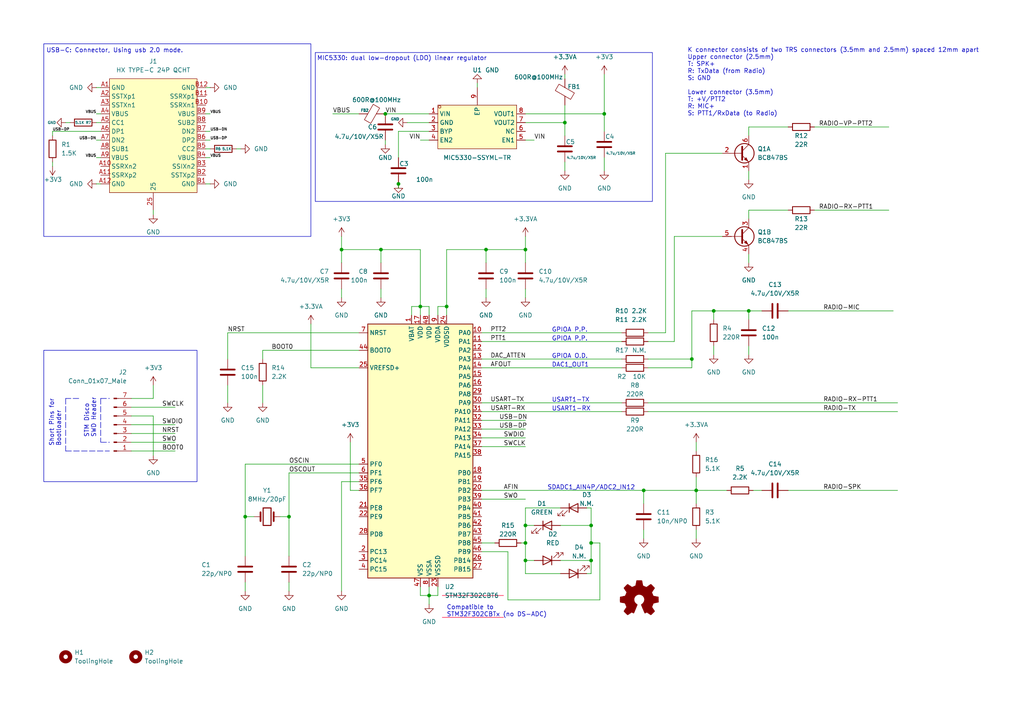
<source format=kicad_sch>
(kicad_sch (version 20250114) (generator "eeschema") (generator_version "9.0")
  (paper "A4")
  (title_block (title "All-In-One-Cable (AIOC)") (rev "1.0-dev-0.1"))
  (lib_symbols
    (symbol "C144168:MIC5330-SSYML-TR"
      (property "Reference" "U" (at 0 16.51 0))
      (property "Value" "MIC5330-SSYML-TR" (at 0 -8.89 0))
      (symbol "MIC5330-SSYML-TR_0_1"
        (pin unspecified line (at -13.97 3.81 0) (length 2.54) (name "VIN") (number "1"))
        (pin unspecified line (at -13.97 1.27 0) (length 2.54) (name "GND") (number "2"))
        (pin unspecified line (at -13.97 -1.27 0) (length 2.54) (name "BYP") (number "3"))
        (pin unspecified line (at -13.97 -3.81 0) (length 2.54) (name "EN2") (number "4"))
        (pin unspecified line (at 0 11.43 270) (length 5.08) (name "EP") (number "9"))
        (pin unspecified line (at 13.97 3.81 180) (length 2.54) (name "VOUT1") (number "8"))
        (pin unspecified line (at 13.97 1.27 180) (length 2.54) (name "VOUT2") (number "7"))
        (pin unspecified line (at 13.97 -1.27 180) (length 2.54) (name "NC") (number "6"))
        (pin unspecified line (at 13.97 -3.81 180) (length 2.54) (name "EN1") (number "5"))
      )
    )
    (symbol "C5178545:HXTYPE-C24PQCHT"
      (property "Reference" "USB" (at 0 22.86 0))
      (property "Value" "HX TYPE-C 24P QCHT" (at 0 -22.86 0))
      (symbol "HXTYPE-C24PQCHT_0_1"
        (pin unspecified line (at -15.24 17.78 0) (length 2.54) (name "GND") (number "A1"))
        (pin unspecified line (at -15.24 15.24 0) (length 2.54) (name "SSTXp1") (number "A2"))
        (pin unspecified line (at -15.24 12.7 0) (length 2.54) (name "SSTXn1") (number "A3"))
        (pin unspecified line (at -15.24 10.16 0) (length 2.54) (name "VBUS") (number "A4"))
        (pin unspecified line (at -15.24 7.62 0) (length 2.54) (name "CC1") (number "A5"))
        (pin unspecified line (at -15.24 5.08 0) (length 2.54) (name "DP1") (number "A6"))
        (pin unspecified line (at -15.24 2.54 0) (length 2.54) (name "DN2") (number "A7"))
        (pin unspecified line (at -15.24 0 0) (length 2.54) (name "SUB1") (number "A8"))
        (pin unspecified line (at -15.24 -2.54 0) (length 2.54) (name "VBUS") (number "A9"))
        (pin unspecified line (at -15.24 -5.08 0) (length 2.54) (name "SSRXn2") (number "A10"))
        (pin unspecified line (at -15.24 -7.62 0) (length 2.54) (name "SSRXp2") (number "A11"))
        (pin unspecified line (at -15.24 -10.16 0) (length 2.54) (name "GND") (number "A12"))
        (pin unspecified line (at 0 -17.78 90) (length 5.08) (name "25") (number "25"))
        (pin unspecified line (at 15.24 17.78 180) (length 2.54) (name "GND") (number "B12"))
        (pin unspecified line (at 15.24 15.24 180) (length 2.54) (name "SSRXp1") (number "B11"))
        (pin unspecified line (at 15.24 12.7 180) (length 2.54) (name "SSRXn1") (number "B10"))
        (pin unspecified line (at 15.24 10.16 180) (length 2.54) (name "VBUS") (number "B9"))
        (pin unspecified line (at 15.24 7.62 180) (length 2.54) (name "SUB2") (number "B8"))
        (pin unspecified line (at 15.24 5.08 180) (length 2.54) (name "DN2") (number "B7"))
        (pin unspecified line (at 15.24 2.54 180) (length 2.54) (name "DP2") (number "B6"))
        (pin unspecified line (at 15.24 0 180) (length 2.54) (name "CC2") (number "B5"))
        (pin unspecified line (at 15.24 -2.54 180) (length 2.54) (name "VBUS") (number "B4"))
        (pin unspecified line (at 15.24 -5.08 180) (length 2.54) (name "SSIXn2") (number "B3"))
        (pin unspecified line (at 15.24 -7.62 180) (length 2.54) (name "SSTXp2") (number "B2"))
        (pin unspecified line (at 15.24 -10.16 180) (length 2.54) (name "GND") (number "B1"))
      )
    )
    (symbol "Connector:Conn_01x07_Male" (pin_names (offset 1.016) (hide yes))
      (property "Reference" "J" (at 0 10.16 0))
      (property "Value" "Conn_01x07_Male" (at 0 -10.16 0))
      (symbol "Conn_01x07_Male_1_1"
        (pin passive line (at 5.08 7.62 180) (length 3.81) (name "Pin_1") (number "1"))
        (pin passive line (at 5.08 5.08 180) (length 3.81) (name "Pin_2") (number "2"))
        (pin passive line (at 5.08 2.54 180) (length 3.81) (name "Pin_3") (number "3"))
        (pin passive line (at 5.08 0 180) (length 3.81) (name "Pin_4") (number "4"))
        (pin passive line (at 5.08 -2.54 180) (length 3.81) (name "Pin_5") (number "5"))
        (pin passive line (at 5.08 -5.08 180) (length 3.81) (name "Pin_6") (number "6"))
        (pin passive line (at 5.08 -7.62 180) (length 3.81) (name "Pin_7") (number "7"))
      )
    )
    (symbol "Device:C" (pin_numbers (hide yes)) (pin_names (offset 0.254))
      (property "Reference" "C" (at 0.635 2.54 0))
      (property "Value" "C" (at 0.635 -2.54 0))
      (symbol "C_1_1"
        (pin passive line (at 0 3.81 270) (length 2.794) (name "~") (number "1"))
        (pin passive line (at 0 -3.81 90) (length 2.794) (name "~") (number "2"))
      )
    )
    (symbol "Device:Crystal" (pin_numbers (hide yes)) (pin_names (offset 1.016) (hide yes))
      (property "Reference" "Y" (at 0 3.81 0))
      (property "Value" "Crystal" (at 0 -3.81 0))
      (symbol "Crystal_1_1"
        (pin passive line (at -3.81 0 0) (length 1.27) (name "1") (number "1"))
        (pin passive line (at 3.81 0 180) (length 1.27) (name "2") (number "2"))
      )
    )
    (symbol "Device:FerriteBead" (pin_numbers (hide yes)) (pin_names (offset 0))
      (property "Reference" "FB" (at -3.81 0.635 90))
      (property "Value" "FerriteBead" (at 3.81 0 90))
      (symbol "FerriteBead_1_1"
        (pin passive line (at 0 3.81 270) (length 2.54) (name "~") (number "1"))
        (pin passive line (at 0 -3.81 90) (length 2.54) (name "~") (number "2"))
      )
    )
    (symbol "Device:LED" (pin_numbers (hide yes)) (pin_names (offset 1.016) (hide yes))
      (property "Reference" "D" (at 0 2.54 0))
      (property "Value" "LED" (at 0 -2.54 0))
      (symbol "LED_1_1"
        (pin passive line (at -3.81 0 0) (length 2.54) (name "K") (number "1"))
        (pin passive line (at 3.81 0 180) (length 2.54) (name "A") (number "2"))
      )
    )
    (symbol "Device:Q_Dual_NPN_NPN_E1B1C2E2B2C1" (pin_names (offset 0) (hide yes))
      (property "Reference" "Q" (at 5.08 1.27 0))
      (property "Value" "Q_Dual_NPN_NPN_E1B1C2E2B2C1" (at 5.08 -1.27 0))
      (symbol "Q_Dual_NPN_NPN_E1B1C2E2B2C1_1_1"
        (pin input line (at -5.08 0 0) (length 2.54) (name "B1") (number "2"))
        (pin passive line (at 2.54 5.08 270) (length 2.54) (name "C1") (number "6"))
        (pin passive line (at 2.54 -5.08 90) (length 2.54) (name "E1") (number "1"))
      )
      (symbol "Q_Dual_NPN_NPN_E1B1C2E2B2C1_2_1"
        (pin input line (at -5.08 0 0) (length 2.54) (name "B2") (number "5"))
        (pin passive line (at 2.54 5.08 270) (length 2.54) (name "C2") (number "3"))
        (pin passive line (at 2.54 -5.08 90) (length 2.54) (name "E2") (number "4"))
      )
    )
    (symbol "Device:R" (pin_numbers (hide yes)) (pin_names (offset 0))
      (property "Reference" "R" (at 2.032 0 90))
      (property "Value" "R" (at 0 0 90))
      (symbol "R_1_1"
        (pin passive line (at 0 3.81 270) (length 1.27) (name "~") (number "1"))
        (pin passive line (at 0 -3.81 90) (length 1.27) (name "~") (number "2"))
      )
    )
    (symbol "GND_1" (power) (pin_numbers (hide yes)) (pin_names (offset 0) (hide yes))
      (property "Value" "GND" (at 0 -3.81 0))
      (symbol "GND_1_1_1"
        (pin power_in line (at 0 0 270) (length 0) (name "~") (number "1"))
      )
    )
    (symbol "Graphic:Logo_Open_Hardware_Small" (pin_names (offset 1.016)))
    (symbol "MCU_ST_STM32F3:STM32F373CBTx"
      (property "Reference" "U" (at -15.24 36.83 0))
      (property "Value" "STM32F373CBTx" (at 10.16 36.83 0))
      (symbol "STM32F373CBTx_1_1"
        (pin input line (at -17.78 33.02 0) (length 2.54) (name "NRST") (number "7"))
        (pin input line (at -17.78 27.94 0) (length 2.54) (name "BOOT0") (number "44"))
        (pin power_in line (at -17.78 22.86 0) (length 2.54) (name "VREFSD+") (number "25"))
        (pin input line (at -17.78 -5.08 0) (length 2.54) (name "PF0") (number "5"))
        (pin input line (at -17.78 -7.62 0) (length 2.54) (name "PF1") (number "6"))
        (pin bidirectional line (at -17.78 -10.16 0) (length 2.54) (name "PF6") (number "35"))
        (pin bidirectional line (at -17.78 -12.7 0) (length 2.54) (name "PF7") (number "36"))
        (pin bidirectional line (at -17.78 -17.78 0) (length 2.54) (name "PE8") (number "21"))
        (pin bidirectional line (at -17.78 -20.32 0) (length 2.54) (name "PE9") (number "22"))
        (pin bidirectional line (at -17.78 -25.4 0) (length 2.54) (name "PD8") (number "28"))
        (pin bidirectional line (at -17.78 -30.48 0) (length 2.54) (name "PC13") (number "2"))
        (pin bidirectional line (at -17.78 -33.02 0) (length 2.54) (name "PC14") (number "3"))
        (pin bidirectional line (at -17.78 -35.56 0) (length 2.54) (name "PC15") (number "4"))
        (pin power_in line (at -2.54 38.1 270) (length 2.54) (name "VBAT") (number "1"))
        (pin power_in line (at 0 38.1 270) (length 2.54) (name "VDD") (number "17"))
        (pin power_in line (at 0 -40.64 90) (length 2.54) (name "VSS") (number "47"))
        (pin power_in line (at 2.54 38.1 270) (length 2.54) (name "VDD") (number "48"))
        (pin power_in line (at 2.54 -40.64 90) (length 2.54) (name "VSSA") (number "8"))
        (pin power_in line (at 5.08 38.1 270) (length 2.54) (name "VDDA") (number "9"))
        (pin power_in line (at 5.08 -40.64 90) (length 2.54) (name "VSSSD") (number "23"))
        (pin power_in line (at 7.62 38.1 270) (length 2.54) (name "VDDSD") (number "24"))
        (pin bidirectional line (at 17.78 33.02 180) (length 2.54) (name "PA0") (number "10"))
        (pin bidirectional line (at 17.78 30.48 180) (length 2.54) (name "PA1") (number "11"))
        (pin bidirectional line (at 17.78 27.94 180) (length 2.54) (name "PA2") (number "12"))
        (pin bidirectional line (at 17.78 25.4 180) (length 2.54) (name "PA3") (number "13"))
        (pin bidirectional line (at 17.78 22.86 180) (length 2.54) (name "PA4") (number "14"))
        (pin bidirectional line (at 17.78 20.32 180) (length 2.54) (name "PA5") (number "15"))
        (pin bidirectional line (at 17.78 17.78 180) (length 2.54) (name "PA6") (number "16"))
        (pin bidirectional line (at 17.78 15.24 180) (length 2.54) (name "PA8") (number "29"))
        (pin bidirectional line (at 17.78 12.7 180) (length 2.54) (name "PA9") (number "30"))
        (pin bidirectional line (at 17.78 10.16 180) (length 2.54) (name "PA10") (number "31"))
        (pin bidirectional line (at 17.78 7.62 180) (length 2.54) (name "PA11") (number "32"))
        (pin bidirectional line (at 17.78 5.08 180) (length 2.54) (name "PA12") (number "33"))
        (pin bidirectional line (at 17.78 2.54 180) (length 2.54) (name "PA13") (number "34"))
        (pin bidirectional line (at 17.78 0 180) (length 2.54) (name "PA14") (number "37"))
        (pin bidirectional line (at 17.78 -2.54 180) (length 2.54) (name "PA15") (number "38"))
        (pin bidirectional line (at 17.78 -7.62 180) (length 2.54) (name "PB0") (number "18"))
        (pin bidirectional line (at 17.78 -10.16 180) (length 2.54) (name "PB1") (number "19"))
        (pin bidirectional line (at 17.78 -12.7 180) (length 2.54) (name "PB2") (number "20"))
        (pin bidirectional line (at 17.78 -15.24 180) (length 2.54) (name "PB3") (number "39"))
        (pin bidirectional line (at 17.78 -17.78 180) (length 2.54) (name "PB4") (number "40"))
        (pin bidirectional line (at 17.78 -20.32 180) (length 2.54) (name "PB5") (number "41"))
        (pin bidirectional line (at 17.78 -22.86 180) (length 2.54) (name "PB6") (number "42"))
        (pin bidirectional line (at 17.78 -25.4 180) (length 2.54) (name "PB7") (number "43"))
        (pin bidirectional line (at 17.78 -27.94 180) (length 2.54) (name "PB8") (number "45"))
        (pin bidirectional line (at 17.78 -30.48 180) (length 2.54) (name "PB9") (number "46"))
        (pin bidirectional line (at 17.78 -33.02 180) (length 2.54) (name "PB14") (number "26"))
        (pin bidirectional line (at 17.78 -35.56 180) (length 2.54) (name "PB15") (number "27"))
      )
    )
    (symbol "Mechanical:MountingHole" (pin_names (offset 1.016))
      (property "Reference" "H" (at 0 5.08 0))
      (property "Value" "MountingHole" (at 0 3.175 0))
    )
    (symbol "power:+3.3VA" (power) (pin_names (offset 0))
      (property "Value" "+3.3VA" (at 0 3.556 0))
      (symbol "+3.3VA_1_1"
        (pin power_in line (at 0 0 90) (length 0) (hide yes) (name "+3.3VA") (number "1"))
      )
    )
    (symbol "power:+3V3" (power) (pin_names (offset 0))
      (property "Value" "+3V3" (at 0 3.556 0))
      (symbol "+3V3_1_1"
        (pin power_in line (at 0 0 90) (length 0) (hide yes) (name "+3V3") (number "1"))
      )
    )
    (symbol "power:GND" (power) (pin_names (offset 0))
      (property "Value" "GND" (at 0 -3.81 0))
      (symbol "GND_1_1"
        (pin power_in line (at 0 0 270) (length 0) (hide yes) (name "GND") (number "1"))
      )
    )
  )
  (rectangle (start 12.7 101.6) (end 57.15 139.7))
  (rectangle (start 91.44 15.24) (end 189.23 58.42))
  (rectangle (start 12.7 12.7) (end 90.17 68.58))
  (text "STM Disco\nSWD Header" (at 27.94 127 90) (effects (font (size 1.27 1.27)) (justify left bottom)))
  (text "Short Pins for\nBootloader" (at 17.78 129.54 90) (effects (font (size 1.27 1.27)) (justify left bottom)))
  (text "SDADC1_AIN4P/ADC2_IN12" (at 158.75 142.24 0) (effects (font (size 1.27 1.27)) (justify left bottom)))
  (text "USART1-TX" (at 160.02 116.84 0) (effects (font (size 1.27 1.27)) (justify left bottom)))
  (text "K connector consists of two TRS connectors (3.5mm and 2.5mm) spaced 12mm apart\nUpper connector (2.5mm)\nT: SPK+\nR: TxData (from Radio)\nS: GND\n\nLower connector (3.5mm)\nT: +V/PTT2\nR: MIC+\nS: PTT1/RxData (to Radio)\n" (at 199.39 33.782 0) (effects (font (size 1.27 1.27)) (justify left bottom)))
  (text "GPIOA P.P." (at 160.02 99.06 0) (effects (font (size 1.27 1.27)) (justify left bottom)))
  (text "DAC1_OUT1" (at 160.02 106.68 0) (effects (font (size 1.27 1.27)) (justify left bottom)))
  (text "MIC5330: dual low-dropout (LDO) linear regulator" (at 116.586 17.018 0) (effects (font (size 1.27 1.27))))
  (text "GPIOA O.D." (at 160.02 104.14 0) (effects (font (size 1.27 1.27)) (justify left bottom)))
  (text "Compatible to \nSTM32F302CBTx (no DS-ADC)" (at 129.54 179.07 0) (effects (font (size 1.27 1.27)) (justify left bottom)))
  (text "USART1-RX" (at 160.02 119.38 0) (effects (font (size 1.27 1.27)) (justify left bottom)))
  (text "GPIOA P.P." (at 160.02 96.52 0) (effects (font (size 1.27 1.27)) (justify left bottom)))
  (text "USB-C: Connector, Using usb 2.0 mode." (at 33.274 14.732 0) (effects (font (size 1.27 1.27))))
  (junction (at 163.83 35.56))
  (junction (at 152.4 152.4))
  (junction (at 171.45 162.56))
  (junction (at 140.97 72.39))
  (junction (at 201.93 142.24))
  (junction (at 175.26 33.02))
  (junction (at 152.4 162.56))
  (junction (at 171.45 152.4))
  (junction (at 171.45 157.48))
  (junction (at 129.54 88.9))
  (junction (at 121.92 88.9))
  (junction (at 152.4 72.39))
  (junction (at 207.01 90.17))
  (junction (at 115.57 53.34))
  (junction (at 217.17 90.17))
  (junction (at 99.06 72.39))
  (junction (at 110.49 72.39))
  (junction (at 71.12 149.86))
  (junction (at 124.46 172.72))
  (junction (at 152.4 157.48))
  (junction (at 186.69 142.24))
  (junction (at 83.82 149.86))
  (junction (at 200.66 104.14))
  (junction (at 111.76 33.02))
  (wire (pts (xy 187.96 119.38) (xy 260.35 119.38)))
  (wire (pts (xy 186.69 153.67) (xy 186.69 156.21)))
  (wire (pts (xy 200.66 106.68) (xy 200.66 104.14)))
  (wire (pts (xy 121.92 72.39) (xy 110.49 72.39)))
  (wire (pts (xy 124.46 172.72) (xy 124.46 175.26)))
  (wire (pts (xy 121.92 91.44) (xy 121.92 88.9)))
  (wire (pts (xy 124.46 88.9) (xy 124.46 91.44)))
  (wire (pts (xy 139.7 129.54) (xy 152.4 129.54)))
  (wire (pts (xy 228.6 90.17) (xy 259.08 90.17)))
  (wire (pts (xy 175.26 45.72) (xy 175.26 49.53)))
  (wire (pts (xy 195.58 99.06) (xy 195.58 68.58)))
  (wire (pts (xy 83.82 137.16) (xy 83.82 149.86)))
  (wire (pts (xy 59.69 53.34) (xy 60.96 53.34)))
  (wire (pts (xy 171.45 147.32) (xy 170.18 147.32)))
  (wire (pts (xy 66.04 96.52) (xy 66.04 104.14)))
  (wire (pts (xy 99.06 68.58) (xy 99.06 72.39)))
  (wire (pts (xy 175.26 21.59) (xy 175.26 33.02)))
  (wire (pts (xy 140.97 72.39) (xy 140.97 76.2)))
  (wire (pts (xy 147.32 173.99) (xy 147.32 160.02)))
  (polyline (pts (xy 22.86 115.57) (xy 19.05 115.57)) (stroke (width 0) (type dash)))
  (wire (pts (xy 170.18 166.37) (xy 171.45 166.37)))
  (wire (pts (xy 236.22 36.83) (xy 257.81 36.83)))
  (wire (pts (xy 162.56 166.37) (xy 152.4 166.37)))
  (wire (pts (xy 127 88.9) (xy 127 91.44)))
  (wire (pts (xy 66.04 111.76) (xy 66.04 116.84)))
  (wire (pts (xy 152.4 72.39) (xy 152.4 76.2)))
  (wire (pts (xy 162.56 147.32) (xy 152.4 147.32)))
  (wire (pts (xy 104.14 96.52) (xy 66.04 96.52)))
  (wire (pts (xy 201.93 146.05) (xy 201.93 142.24)))
  (wire (pts (xy 111.76 40.64) (xy 111.76 41.91)))
  (polyline (pts (xy 29.21 115.57) (xy 29.21 128.27)) (stroke (width 0) (type dash)))
  (wire (pts (xy 187.96 106.68) (xy 200.66 106.68)))
  (wire (pts (xy 171.45 152.4) (xy 171.45 157.48)))
  (wire (pts (xy 38.1 115.57) (xy 44.45 115.57)))
  (polyline (pts (xy 19.05 130.81) (xy 31.75 130.81)) (stroke (width 0) (type dash)))
  (wire (pts (xy 115.57 38.1) (xy 115.57 45.72)))
  (wire (pts (xy 152.4 162.56) (xy 154.94 162.56)))
  (wire (pts (xy 128.27 172.72) (xy 146.05 172.72)) (stroke (width 0) (color 255 0 51 1)))
  (wire (pts (xy 44.45 115.57) (xy 44.45 111.76)))
  (wire (pts (xy 38.1 128.27) (xy 50.8 128.27)))
  (wire (pts (xy 217.17 73.66) (xy 217.17 76.2)))
  (wire (pts (xy 152.4 83.82) (xy 152.4 86.36)))
  (wire (pts (xy 59.69 40.64) (xy 60.96 40.64)))
  (wire (pts (xy 71.12 149.86) (xy 73.66 149.86)))
  (wire (pts (xy 193.04 44.45) (xy 209.55 44.45)))
  (wire (pts (xy 121.92 170.18) (xy 121.92 172.72)))
  (wire (pts (xy 99.06 139.7) (xy 99.06 171.45)))
  (wire (pts (xy 217.17 100.33) (xy 217.17 102.87)))
  (wire (pts (xy 129.54 72.39) (xy 129.54 88.9)))
  (wire (pts (xy 71.12 149.86) (xy 71.12 161.29)))
  (wire (pts (xy 163.83 21.59) (xy 163.83 22.86)))
  (wire (pts (xy 138.43 24.13) (xy 138.43 25.4)))
  (wire (pts (xy 217.17 39.37) (xy 217.17 36.83)))
  (wire (pts (xy 151.13 157.48) (xy 152.4 157.48)))
  (wire (pts (xy 110.49 72.39) (xy 110.49 76.2)))
  (wire (pts (xy 152.4 157.48) (xy 152.4 162.56)))
  (wire (pts (xy 139.7 127) (xy 152.4 127)))
  (wire (pts (xy 71.12 134.62) (xy 71.12 149.86)))
  (wire (pts (xy 217.17 90.17) (xy 220.98 90.17)))
  (wire (pts (xy 139.7 119.38) (xy 180.34 119.38)))
  (wire (pts (xy 27.94 35.56) (xy 29.21 35.56)))
  (wire (pts (xy 68.58 43.18) (xy 69.85 43.18)))
  (wire (pts (xy 171.45 166.37) (xy 171.45 162.56)))
  (wire (pts (xy 121.92 88.9) (xy 124.46 88.9)))
  (wire (pts (xy 44.45 60.96) (xy 44.45 62.23)))
  (wire (pts (xy 193.04 44.45) (xy 193.04 96.52)))
  (wire (pts (xy 76.2 111.76) (xy 76.2 116.84)))
  (wire (pts (xy 171.45 157.48) (xy 171.45 162.56)))
  (wire (pts (xy 83.82 168.91) (xy 83.82 171.45)))
  (wire (pts (xy 44.45 120.65) (xy 44.45 132.08)))
  (wire (pts (xy 139.7 144.78) (xy 152.4 144.78)))
  (wire (pts (xy 236.22 60.96) (xy 257.81 60.96)))
  (wire (pts (xy 228.6 142.24) (xy 260.35 142.24)))
  (wire (pts (xy 99.06 83.82) (xy 99.06 86.36)))
  (wire (pts (xy 119.38 88.9) (xy 121.92 88.9)))
  (wire (pts (xy 195.58 68.58) (xy 209.55 68.58)))
  (wire (pts (xy 187.96 116.84) (xy 260.35 116.84)))
  (polyline (pts (xy 29.21 128.27) (xy 31.75 128.27)) (stroke (width 0) (type dash)))
  (wire (pts (xy 38.1 125.73) (xy 50.8 125.73)))
  (wire (pts (xy 152.4 166.37) (xy 152.4 162.56)))
  (wire (pts (xy 173.99 157.48) (xy 173.99 173.99)))
  (wire (pts (xy 119.38 91.44) (xy 119.38 88.9)))
  (wire (pts (xy 173.99 173.99) (xy 147.32 173.99)))
  (wire (pts (xy 76.2 101.6) (xy 76.2 104.14)))
  (wire (pts (xy 207.01 92.71) (xy 207.01 90.17)))
  (wire (pts (xy 15.24 38.1) (xy 15.24 39.37)))
  (wire (pts (xy 38.1 118.11) (xy 50.8 118.11)))
  (wire (pts (xy 152.4 35.56) (xy 163.83 35.56)))
  (wire (pts (xy 217.17 36.83) (xy 228.6 36.83)))
  (wire (pts (xy 121.92 40.64) (xy 124.46 40.64)))
  (wire (pts (xy 124.46 170.18) (xy 124.46 172.72)))
  (wire (pts (xy 139.7 99.06) (xy 180.34 99.06)))
  (wire (pts (xy 104.14 139.7) (xy 99.06 139.7)))
  (wire (pts (xy 152.4 40.64) (xy 154.94 40.64)))
  (wire (pts (xy 217.17 90.17) (xy 217.17 92.71)))
  (wire (pts (xy 81.28 149.86) (xy 83.82 149.86)))
  (wire (pts (xy 171.45 152.4) (xy 171.45 147.32)))
  (wire (pts (xy 200.66 90.17) (xy 207.01 90.17)))
  (wire (pts (xy 186.69 146.05) (xy 186.69 142.24)))
  (wire (pts (xy 207.01 100.33) (xy 207.01 102.87)))
  (wire (pts (xy 127 170.18) (xy 127 172.72)))
  (wire (pts (xy 139.7 116.84) (xy 180.34 116.84)))
  (wire (pts (xy 217.17 60.96) (xy 228.6 60.96)))
  (wire (pts (xy 162.56 152.4) (xy 171.45 152.4)))
  (wire (pts (xy 101.6 128.27) (xy 101.6 142.24)))
  (wire (pts (xy 104.14 101.6) (xy 76.2 101.6)))
  (wire (pts (xy 201.93 128.27) (xy 201.93 130.81)))
  (wire (pts (xy 163.83 35.56) (xy 163.83 39.37)))
  (wire (pts (xy 110.49 83.82) (xy 110.49 86.36)))
  (wire (pts (xy 27.94 45.72) (xy 29.21 45.72)))
  (wire (pts (xy 129.54 72.39) (xy 140.97 72.39)))
  (wire (pts (xy 201.93 142.24) (xy 210.82 142.24)))
  (wire (pts (xy 217.17 49.53) (xy 217.17 52.07)))
  (wire (pts (xy 187.96 104.14) (xy 200.66 104.14)))
  (wire (pts (xy 124.46 38.1) (xy 115.57 38.1)))
  (wire (pts (xy 200.66 104.14) (xy 200.66 90.17)))
  (wire (pts (xy 118.11 35.56) (xy 124.46 35.56)))
  (wire (pts (xy 83.82 137.16) (xy 104.14 137.16)))
  (wire (pts (xy 201.93 138.43) (xy 201.93 142.24)))
  (wire (pts (xy 59.69 33.02) (xy 60.96 33.02)))
  (wire (pts (xy 139.7 96.52) (xy 180.34 96.52)))
  (wire (pts (xy 218.44 142.24) (xy 220.98 142.24)))
  (wire (pts (xy 83.82 149.86) (xy 83.82 161.29)))
  (wire (pts (xy 171.45 157.48) (xy 173.99 157.48)))
  (wire (pts (xy 27.94 25.4) (xy 29.21 25.4)))
  (wire (pts (xy 27.94 40.64) (xy 29.21 40.64)))
  (wire (pts (xy 152.4 152.4) (xy 152.4 157.48)))
  (wire (pts (xy 201.93 153.67) (xy 201.93 156.21)))
  (wire (pts (xy 44.45 120.65) (xy 38.1 120.65)))
  (wire (pts (xy 104.14 142.24) (xy 101.6 142.24)))
  (wire (pts (xy 71.12 168.91) (xy 71.12 171.45)))
  (wire (pts (xy 90.17 106.68) (xy 104.14 106.68)))
  (wire (pts (xy 129.54 88.9) (xy 127 88.9)))
  (wire (pts (xy 163.83 46.99) (xy 163.83 49.53)))
  (polyline (pts (xy 19.05 115.57) (xy 19.05 130.81)) (stroke (width 0) (type dash)))
  (wire (pts (xy 127 172.72) (xy 124.46 172.72)))
  (polyline (pts (xy 29.21 115.57) (xy 31.75 115.57)) (stroke (width 0) (type dash)))
  (wire (pts (xy 154.94 152.4) (xy 152.4 152.4)))
  (wire (pts (xy 121.92 72.39) (xy 121.92 88.9)))
  (wire (pts (xy 139.7 104.14) (xy 180.34 104.14)))
  (wire (pts (xy 139.7 121.92) (xy 152.4 121.92)))
  (wire (pts (xy 139.7 157.48) (xy 143.51 157.48)))
  (wire (pts (xy 175.26 33.02) (xy 175.26 38.1)))
  (wire (pts (xy 140.97 83.82) (xy 140.97 86.36)))
  (wire (pts (xy 128.27 179.07) (xy 146.05 179.07)) (stroke (width 0) (color 255 0 51 1)))
  (wire (pts (xy 59.69 25.4) (xy 60.96 25.4)))
  (wire (pts (xy 15.24 38.1) (xy 29.21 38.1)))
  (wire (pts (xy 111.76 33.02) (xy 124.46 33.02)))
  (wire (pts (xy 162.56 162.56) (xy 171.45 162.56)))
  (wire (pts (xy 147.32 160.02) (xy 139.7 160.02)))
  (wire (pts (xy 139.7 106.68) (xy 180.34 106.68)))
  (wire (pts (xy 129.54 91.44) (xy 129.54 88.9)))
  (wire (pts (xy 152.4 33.02) (xy 175.26 33.02)))
  (wire (pts (xy 124.46 172.72) (xy 121.92 172.72)))
  (wire (pts (xy 140.97 72.39) (xy 152.4 72.39)))
  (wire (pts (xy 99.06 72.39) (xy 99.06 76.2)))
  (wire (pts (xy 15.24 46.99) (xy 15.24 48.26)))
  (wire (pts (xy 217.17 63.5) (xy 217.17 60.96)))
  (wire (pts (xy 110.49 72.39) (xy 99.06 72.39)))
  (wire (pts (xy 59.69 43.18) (xy 60.96 43.18)))
  (wire (pts (xy 71.12 134.62) (xy 104.14 134.62)))
  (wire (pts (xy 19.05 35.56) (xy 20.32 35.56)))
  (wire (pts (xy 186.69 142.24) (xy 201.93 142.24)))
  (wire (pts (xy 27.94 33.02) (xy 29.21 33.02)))
  (wire (pts (xy 139.7 142.24) (xy 186.69 142.24)))
  (wire (pts (xy 38.1 130.81) (xy 50.8 130.81)))
  (wire (pts (xy 152.4 147.32) (xy 152.4 152.4)))
  (wire (pts (xy 163.83 30.48) (xy 163.83 35.56)))
  (wire (pts (xy 104.14 33.02) (xy 96.52 33.02)))
  (wire (pts (xy 139.7 124.46) (xy 152.4 124.46)))
  (wire (pts (xy 59.69 45.72) (xy 60.96 45.72)))
  (wire (pts (xy 115.57 53.34) (xy 115.57 54.61)))
  (wire (pts (xy 207.01 90.17) (xy 217.17 90.17)))
  (wire (pts (xy 27.94 53.34) (xy 29.21 53.34)))
  (wire (pts (xy 59.69 38.1) (xy 60.96 38.1)))
  (wire (pts (xy 187.96 96.52) (xy 193.04 96.52)))
  (wire (pts (xy 187.96 99.06) (xy 195.58 99.06)))
  (wire (pts (xy 152.4 68.58) (xy 152.4 72.39)))
  (wire (pts (xy 38.1 123.19) (xy 50.8 123.19)))
  (wire (pts (xy 90.17 93.98) (xy 90.17 106.68)))
  (label "OSCIN" (at 83.82 134.62 0))
  (label "RADIO-VP-PTT2" (at 237.49 36.83 0))
  (label "AFIN" (at 146.05 142.24 0))
  (label "VBUS" (at 96.52 33.02 0))
  (label "NRST" (at 66.04 96.52 0))
  (label "PTT2" (at 142.24 96.52 0))
  (label "SWO" (at 46.99 128.27 0))
  (label "SWO" (at 146.05 144.78 0))
  (label "SWDIO" (at 146.05 127 0))
  (label "VBUS" (at 60.96 45.72 0) (effects (font (size 0.762 0.762))))
  (label "OSCOUT" (at 83.82 137.16 0))
  (label "BOOT0" (at 78.74 101.6 0))
  (label "USB-DN" (at 27.94 40.64 180) (effects (font (size 0.762 0.762))))
  (label "" (at 128.27 33.02 0) (effects (font (size 0.762 0.762))))
  (label "USART-RX" (at 142.24 119.38 0))
  (label "USB-DN" (at 60.96 38.1 0) (effects (font (size 0.762 0.762))))
  (label "SWDIO" (at 46.99 123.19 0))
  (label "USB-DP" (at 144.78 124.46 0))
  (label "PTT1" (at 142.24 99.06 0))
  (label "VBUS" (at 27.94 45.72 180) (effects (font (size 0.762 0.762))))
  (label "VBUS" (at 60.96 33.02 0) (effects (font (size 0.762 0.762))))
  (label "AFOUT" (at 142.24 106.68 0))
  (label "SWCLK" (at 46.99 118.11 0))
  (label "RADIO-RX-PTT1" (at 238.76 116.84 0))
  (label "RADIO-MIC" (at 238.76 90.17 0))
  (label "RADIO-RX-PTT1" (at 237.49 60.96 0))
  (label "USART-TX" (at 142.24 116.84 0))
  (label "SWCLK" (at 146.05 129.54 0))
  (label "VIN" (at 121.92 40.64 180))
  (label "BOOT0" (at 46.99 130.81 0))
  (label "VBUS" (at 27.94 33.02 180) (effects (font (size 0.762 0.762))))
  (label "NRST" (at 46.99 125.73 0))
  (label "USB-DP" (at 60.96 40.64 0) (effects (font (size 0.762 0.762))))
  (label "RADIO-SPK" (at 238.76 142.24 0))
  (label "USB-DP" (at 15.24 38.1 0) (effects (font (size 0.762 0.762))))
  (label "DAC_ATTEN" (at 142.24 104.14 0))
  (label "VIN" (at 111.76 33.02 0))
  (label "VIN" (at 154.94 40.64 0))
  (label "USB-DN" (at 144.78 121.92 0))
  (label "RADIO-TX" (at 238.76 119.38 0))
  (symbol (lib_id "Device:R") (at 184.15 116.84 270) (unit 1)
    (property "Reference" "R8" (at 184.15 111.76 90))
    (property "Value" "220R" (at 184.15 114.3 90))
    (property "Footprint" "Resistor_SMD:R_0603_1608Metric" (effects (hide yes)))
    (property "LCSC" "C22962" (effects (hide yes)))
  )
  (symbol (lib_id "power:+3V3") (at 15.24 48.26 180) (unit 1)
    (property "Reference" "#PWR07" (effects (hide yes)))
    (property "Value" "+3V3" (at 12.7 52.07 0) (effects (justify right)))
  )
  (symbol (lib_id "Mechanical:MountingHole") (at 19.05 190.5 0) (unit 1) (in_bom no)
    (property "Reference" "H1" (at 21.59 189.2299 0) (effects (justify left)))
    (property "Value" "ToolingHole" (at 21.59 191.7699 0) (effects (justify left)))
    (property "Footprint" "AIOC:TOOLING-HOLE" (effects (hide yes)))
  )
  (symbol (lib_id "power:GND") (at 99.06 86.36 0) (mirror y) (unit 1)
    (property "Reference" "#PWR0115" (effects (hide yes)))
    (property "Value" "GND" (at 99.06 91.44 0))
  )
  (symbol (lib_id "power:+3.3VA") (at 163.83 21.59 0) (unit 1)
    (property "Reference" "#PWR0109" (effects (hide yes)))
    (property "Value" "+3.3VA" (at 163.83 16.51 0))
  )
  (symbol (lib_id "Device:R") (at 214.63 142.24 90) (unit 1)
    (property "Reference" "R5" (at 214.63 135.89 90))
    (property "Value" "2.2K" (at 214.63 138.43 90))
    (property "Footprint" "Resistor_SMD:R_0603_1608Metric" (effects (hide yes)))
    (property "LCSC" "C4190" (effects (hide yes)))
  )
  (symbol (lib_id "Graphic:Logo_Open_Hardware_Small") (at 185.42 173.99 0) (unit 1)
    (property "Reference" "#LOGO1" (effects (hide yes)))
    (property "Value" "Logo_Open_Hardware_Small" (effects (hide yes)))
  )
  (symbol (lib_id "power:+3V3") (at 175.26 21.59 0) (unit 1)
    (property "Reference" "#PWR0108" (effects (hide yes)))
    (property "Value" "+3V3" (at 175.26 16.51 0))
  )
  (symbol (lib_id "Device:R") (at 184.15 104.14 270) (unit 1)
    (property "Reference" "R17" (at 180.34 101.6 90))
    (property "Value" "N.M." (at 185.42 101.6 90))
    (property "Footprint" "Resistor_SMD:R_0603_1608Metric" (effects (hide yes)))
  )
  (symbol (lib_id "Device:R") (at 147.32 157.48 270) (unit 1)
    (property "Reference" "R15" (at 147.32 152.4 90))
    (property "Value" "220R" (at 147.32 154.94 90))
    (property "Footprint" "Resistor_SMD:R_0603_1608Metric" (effects (hide yes)))
    (property "LCSC" "C22962" (effects (hide yes)))
  )
  (symbol (lib_id "Device:Q_Dual_NPN_NPN_E1B1C2E2B2C1") (at 214.63 68.58 0) (unit 2)
    (property "Reference" "Q1" (at 219.71 67.3099 0) (effects (justify left)))
    (property "Value" "BC847BS" (at 219.71 69.8499 0) (effects (justify left)))
    (property "Footprint" "Package_TO_SOT_SMD:SOT-363_SC-70-6" (effects (hide yes)))
    (property "LCSC" "C8653" (effects (hide yes)))
  )
  (symbol (lib_id "power:GND") (at 44.45 62.23 0) (unit 1)
    (property "Reference" "#PWR0101" (effects (hide yes)))
    (property "Value" "GND" (at 44.45 67.31 0))
  )
  (symbol (lib_id "power:GND") (at 66.04 116.84 0) (mirror y) (unit 1)
    (property "Reference" "#PWR0121" (effects (hide yes)))
    (property "Value" "GND" (at 66.04 121.92 0))
  )
  (symbol (lib_name "GND_1") (lib_id "power:GND") (at 27.94 53.34 270) (unit 1)
    (property "Reference" "#PWR09" (effects (hide yes)))
    (property "Value" "GND" (at 24.13 53.3399 90) (effects (justify right)))
    (property "Description" "Power symbol creates a global label with name \"GND\" , ground" (effects (hide yes)))
  )
  (symbol (lib_id "Device:LED") (at 166.37 147.32 0) (unit 1)
    (property "Reference" "D3" (at 170.18 143.51 0))
    (property "Value" "N.M." (at 170.18 146.05 0))
    (property "Footprint" "LED_SMD:LED_0603_1608Metric" (effects (hide yes)))
  )
  (symbol (lib_id "Device:R") (at 64.77 43.18 270) (unit 1)
    (property "Reference" "R6" (at 63.246 43.18 90) (effects (font (size 0.762 0.762))))
    (property "Value" "5.1K" (at 65.786 43.18 90) (effects (font (size 0.762 0.762))))
    (property "Footprint" "Resistor_SMD:R_0603_1608Metric" (effects (hide yes)))
    (property "LCSC" "C23186" (effects (hide yes)))
  )
  (symbol (lib_id "MCU_ST_STM32F3:STM32F373CBTx") (at 121.92 129.54 0) (unit 1)
    (property "Reference" "U2" (at 129.0194 170.18 0) (effects (justify left)))
    (property "Value" "STM32F302CBT6" (at 129.0194 172.72 0) (effects (justify left)))
    (property "Footprint" "Package_QFP:LQFP-48_7x7mm_P0.5mm" (effects (hide yes)))
    (property "Datasheet" "https://www.lcsc.com/datasheet/lcsc_datasheet_2304140030_STMicroelectronics-STM32F302CBT6_C94046.pdf" (effects (hide yes)))
    (property "Description" "128KB 12bit 12bit 2V~3.6V 37 72MHz ARM-M4 FLASH LQFP-48(7x7) Microcontrollers (MCU/MPU/SOC) ROHS" (effects (hide yes)))
    (property "LCSC" "C94046" (effects (hide yes)))
    (property "Datasheet 2" "http://www.st.com/st-web-ui/static/active/en/resource/technical/document/datasheet/DM00046749.pdf" (effects (hide yes)))
  )
  (symbol (lib_id "Device:C") (at 217.17 96.52 0) (unit 1)
    (property "Reference" "C12" (at 220.98 95.2499 0) (effects (justify left)))
    (property "Value" "100n" (at 220.98 97.7899 0) (effects (justify left)))
    (property "Footprint" "Capacitor_SMD:C_0603_1608Metric" (effects (hide yes)))
    (property "LCSC" "C14663" (effects (hide yes)))
  )
  (symbol (lib_id "Device:FerriteBead") (at 163.83 26.67 0) (unit 1)
    (property "Reference" "FB1" (at 164.592 25.146 0) (effects (justify left)))
    (property "Value" "600R@100MHz" (at 149.098 22.352 0) (effects (justify left)))
    (property "Footprint" "Inductor_SMD:L_0603_1608Metric" (effects (hide yes)))
    (property "LCSC" "C1002" (effects (hide yes)))
  )
  (symbol (lib_id "Device:LED") (at 158.75 152.4 0) (unit 1)
    (property "Reference" "D1" (at 157.1625 146.05 0))
    (property "Value" "GREEN" (at 157.1625 148.59 0))
    (property "Footprint" "LED_SMD:LED_0603_1608Metric" (effects (hide yes)))
    (property "LCSC" "C72043" (effects (hide yes)))
  )
  (symbol (lib_id "power:+3V3") (at 99.06 68.58 0) (unit 1)
    (property "Reference" "#PWR0113" (effects (hide yes)))
    (property "Value" "+3V3" (at 99.06 63.5 0))
  )
  (symbol (lib_id "power:+3.3VA") (at 152.4 68.58 0) (unit 1)
    (property "Reference" "#PWR0112" (effects (hide yes)))
    (property "Value" "+3.3VA" (at 152.4 63.5 0))
  )
  (symbol (lib_id "Device:C") (at 71.12 165.1 0) (unit 1)
    (property "Reference" "C1" (at 58.42 163.83 0) (effects (justify left)))
    (property "Value" "22p/NP0" (at 58.42 166.37 0) (effects (justify left)))
    (property "Footprint" "Capacitor_SMD:C_0603_1608Metric" (effects (hide yes)))
    (property "LCSC" "C1653" (effects (hide yes)))
  )
  (symbol (lib_id "power:GND") (at 217.17 52.07 0) (unit 1)
    (property "Reference" "#PWR05" (effects (hide yes)))
    (property "Value" "GND" (at 217.17 57.15 0))
  )
  (symbol (lib_id "Device:C") (at 224.79 90.17 90) (unit 1)
    (property "Reference" "C13" (at 224.79 82.55 90))
    (property "Value" "4.7u/10V/X5R" (at 224.79 85.09 90))
    (property "Footprint" "Capacitor_SMD:C_0603_1608Metric" (effects (hide yes)))
    (property "LCSC" "C19666" (effects (hide yes)))
  )
  (symbol (lib_id "Device:FerriteBead") (at 107.95 33.02 90) (unit 1)
    (property "Reference" "FB2" (at 104.648 32.004 90) (effects (font (size 0.762 0.762)) (justify right)))
    (property "Value" "600R@100MHz" (at 102.108 28.956 90) (effects (justify right)))
    (property "Footprint" "Inductor_SMD:L_0603_1608Metric" (effects (hide yes)))
    (property "LCSC" "C1002" (effects (hide yes)))
  )
  (symbol (lib_id "power:GND") (at 19.05 35.56 270) (unit 1)
    (property "Reference" "#PWR0120" (effects (hide yes)))
    (property "Value" "GND" (at 16.256 35.56 90) (effects (font (size 0.762 0.762)) (justify right)))
  )
  (symbol (lib_name "GND_1") (lib_id "power:GND") (at 60.96 -2.54 90) (unit 1)
    (property "Reference" "#PWR013" (effects (hide yes)))
    (property "Value" "GND" (at 64.77 -2.5401 90) (effects (justify right)))
    (property "Description" "Power symbol creates a global label with name \"GND\" , ground" (effects (hide yes)))
  )
  (symbol (lib_id "power:GND") (at 138.43 24.13 180) (unit 1)
    (property "Reference" "#PWR014" (effects (hide yes)))
    (property "Value" "GND" (at 142.748 20.32 0))
  )
  (symbol (lib_id "Device:R") (at 232.41 36.83 270) (unit 1)
    (property "Reference" "R12" (at 232.41 39.37 90))
    (property "Value" "22R" (at 232.41 41.91 90))
    (property "Footprint" "Resistor_SMD:R_0603_1608Metric" (effects (hide yes)))
    (property "LCSC" "C23345" (effects (hide yes)))
  )
  (symbol (lib_id "power:+3.3VA") (at 201.93 128.27 0) (unit 1)
    (property "Reference" "#PWR08" (effects (hide yes)))
    (property "Value" "+3.3VA" (at 201.93 123.19 0))
  )
  (symbol (lib_id "Device:Q_Dual_NPN_NPN_E1B1C2E2B2C1") (at 214.63 44.45 0) (unit 1)
    (property "Reference" "Q1" (at 219.71 43.1799 0) (effects (justify left)))
    (property "Value" "BC847BS" (at 219.71 45.7199 0) (effects (justify left)))
    (property "Footprint" "Package_TO_SOT_SMD:SOT-363_SC-70-6" (effects (hide yes)))
    (property "LCSC" "C8653" (effects (hide yes)))
  )
  (symbol (lib_id "power:GND") (at 124.46 175.26 0) (unit 1)
    (property "Reference" "#PWR0102" (effects (hide yes)))
    (property "Value" "GND" (at 124.46 180.34 0))
  )
  (symbol (lib_id "C144168:MIC5330-SSYML-TR") (at 138.43 36.83 0) (unit 1)
    (property "Reference" "U1" (at 138.43 20.32 0))
    (property "Value" "MIC5330-SSYML-TR" (at 138.43 45.72 0))
    (property "Footprint" "C144168:MLF-8_L2.0-W2.0-P0.50-BL-EP" (effects (hide yes)))
    (property "Datasheet" "https://lcsc.com/product-detail/Low-Dropout-Regulators-LDO_MICROCHIP_MIC5330-SSYML-TR_MIC5330-SSYML-TR_C144168.html" (effects (hide yes)))
    (property "LCSC Part" "C144168" (effects (hide yes)))
  )
  (symbol (lib_id "power:GND") (at 44.45 132.08 0) (mirror y) (unit 1)
    (property "Reference" "#PWR0124" (effects (hide yes)))
    (property "Value" "GND" (at 44.45 137.16 0))
  )
  (symbol (lib_id "power:+3V3") (at 101.6 128.27 0) (unit 1)
    (property "Reference" "#PWR0125" (effects (hide yes)))
    (property "Value" "+3V3" (at 101.6 123.19 0))
  )
  (symbol (lib_id "Device:Crystal") (at 77.47 149.86 0) (unit 1)
    (property "Reference" "Y1" (at 77.47 142.24 0))
    (property "Value" "8MHz/20pF" (at 77.47 144.78 0))
    (property "Footprint" "AIOC:Crystal_SMD_5032-2Pin_5.0x3.2mm" (effects (hide yes)))
    (property "LCSC" "C115962" (effects (hide yes)))
  )
  (symbol (lib_id "Device:R") (at 15.24 43.18 180) (unit 1)
    (property "Reference" "R1" (at 17.78 41.9099 0) (effects (justify right)))
    (property "Value" "1.5K" (at 17.78 44.4499 0) (effects (justify right)))
    (property "Footprint" "Resistor_SMD:R_0603_1608Metric" (effects (hide yes)))
    (property "LCSC" "C22843" (effects (hide yes)))
  )
  (symbol (lib_id "Device:C") (at 224.79 142.24 90) (unit 1)
    (property "Reference" "C14" (at 224.79 134.62 90))
    (property "Value" "4.7u/10V/X5R" (at 224.79 137.16 90))
    (property "Footprint" "Capacitor_SMD:C_0603_1608Metric" (effects (hide yes)))
    (property "LCSC" "C19666" (effects (hide yes)))
  )
  (symbol (lib_id "power:+3.3VA") (at 90.17 93.98 0) (unit 1)
    (property "Reference" "#PWR0116" (effects (hide yes)))
    (property "Value" "+3.3VA" (at 90.17 88.9 0))
  )
  (symbol (lib_id "Device:C") (at 152.4 80.01 0) (unit 1)
    (property "Reference" "C10" (at 156.21 78.7399 0) (effects (justify left)))
    (property "Value" "4.7u/10V/X5R" (at 156.21 81.2799 0) (effects (justify left)))
    (property "Footprint" "Capacitor_SMD:C_0603_1608Metric" (effects (hide yes)))
    (property "LCSC" "C19666" (effects (hide yes)))
  )
  (symbol (lib_id "power:GND") (at 217.17 102.87 0) (unit 1)
    (property "Reference" "#PWR04" (effects (hide yes)))
    (property "Value" "GND" (at 217.17 107.95 0))
  )
  (symbol (lib_id "Device:R") (at 184.15 119.38 270) (unit 1)
    (property "Reference" "R9" (at 184.15 121.92 90))
    (property "Value" "220R" (at 184.15 124.46 90))
    (property "Footprint" "Resistor_SMD:R_0603_1608Metric" (effects (hide yes)))
    (property "LCSC" "C22962" (effects (hide yes)))
  )
  (symbol (lib_id "Device:C") (at 186.69 149.86 0) (unit 1)
    (property "Reference" "C11" (at 190.5 148.59 0) (effects (justify left)))
    (property "Value" "10n/NP0" (at 190.5 151.1299 0) (effects (justify left)))
    (property "Footprint" "Capacitor_SMD:C_0603_1608Metric" (effects (hide yes)))
    (property "LCSC" "C57112" (effects (hide yes)))
  )
  (symbol (lib_id "power:GND") (at 110.49 86.36 0) (mirror y) (unit 1)
    (property "Reference" "#PWR0114" (effects (hide yes)))
    (property "Value" "GND" (at 110.49 91.44 0))
  )
  (symbol (lib_id "power:GND") (at 163.83 49.53 0) (unit 1)
    (property "Reference" "#PWR0126" (effects (hide yes)))
    (property "Value" "GND" (at 163.83 54.61 0))
  )
  (symbol (lib_id "Device:R") (at 24.13 35.56 270) (unit 1)
    (property "Reference" "R7" (at 25.654 35.56 90) (effects (font (size 0.762 0.762))))
    (property "Value" "5.1K" (at 23.114 35.56 90) (effects (font (size 0.762 0.762))))
    (property "Footprint" "Resistor_SMD:R_0603_1608Metric" (effects (hide yes)))
    (property "LCSC" "C23186" (effects (hide yes)))
  )
  (symbol (lib_name "GND_1") (lib_id "power:GND") (at 60.96 25.4 90) (unit 1)
    (property "Reference" "#PWR011" (effects (hide yes)))
    (property "Value" "GND" (at 64.77 25.3999 90) (effects (justify right)))
    (property "Description" "Power symbol creates a global label with name \"GND\" , ground" (effects (hide yes)))
  )
  (symbol (lib_id "power:+3V3") (at 44.45 111.76 0) (unit 1)
    (property "Reference" "#PWR0110" (effects (hide yes)))
    (property "Value" "+3V3" (at 44.45 106.68 0))
  )
  (symbol (lib_id "Device:R") (at 184.15 99.06 90) (unit 1)
    (property "Reference" "R11" (at 180.34 92.71 90))
    (property "Value" "2.2K" (at 185.42 92.71 90))
    (property "Footprint" "Resistor_SMD:R_0603_1608Metric" (effects (hide yes)))
    (property "LCSC" "C4190" (effects (hide yes)))
  )
  (symbol (lib_id "power:GND") (at 175.26 49.53 0) (unit 1)
    (property "Reference" "#PWR0106" (effects (hide yes)))
    (property "Value" "GND" (at 175.26 54.61 0))
  )
  (symbol (lib_id "Device:R") (at 184.15 96.52 90) (unit 1)
    (property "Reference" "R10" (at 180.34 90.17 90))
    (property "Value" "2.2K" (at 185.42 90.17 90))
    (property "Footprint" "Resistor_SMD:R_0603_1608Metric" (effects (hide yes)))
    (property "LCSC" "C4190" (effects (hide yes)))
  )
  (symbol (lib_id "power:GND") (at 152.4 86.36 0) (unit 1)
    (property "Reference" "#PWR0117" (effects (hide yes)))
    (property "Value" "GND" (at 152.4 91.44 0))
  )
  (symbol (lib_id "power:GND") (at 140.97 86.36 0) (unit 1)
    (property "Reference" "#PWR0118" (effects (hide yes)))
    (property "Value" "GND" (at 140.97 91.44 0))
  )
  (symbol (lib_id "power:GND") (at 207.01 102.87 0) (unit 1)
    (property "Reference" "#PWR03" (effects (hide yes)))
    (property "Value" "GND" (at 207.01 107.95 0))
  )
  (symbol (lib_id "Device:R") (at 184.15 106.68 270) (unit 1)
    (property "Reference" "R2" (at 180.34 109.22 90))
    (property "Value" "10K" (at 185.42 109.22 90))
    (property "Footprint" "Resistor_SMD:R_0603_1608Metric" (effects (hide yes)))
    (property "LCSC" "C25804" (effects (hide yes)))
  )
  (symbol (lib_id "Device:R") (at 201.93 134.62 0) (unit 1)
    (property "Reference" "R16" (at 204.47 133.3499 0) (effects (justify left)))
    (property "Value" "5.1K" (at 204.47 135.8899 0) (effects (justify left)))
    (property "Footprint" "Resistor_SMD:R_0603_1608Metric" (effects (hide yes)))
    (property "LCSC" "C23186" (effects (hide yes)))
  )
  (symbol (lib_id "Device:R") (at 201.93 149.86 180) (unit 1)
    (property "Reference" "R3" (at 204.47 148.5899 0) (effects (justify right)))
    (property "Value" "5.1K" (at 204.47 151.1299 0) (effects (justify right)))
    (property "Footprint" "Resistor_SMD:R_0603_1608Metric" (effects (hide yes)))
    (property "LCSC" "C23186" (effects (hide yes)))
  )
  (symbol (lib_id "power:GND") (at 217.17 76.2 0) (unit 1)
    (property "Reference" "#PWR06" (effects (hide yes)))
    (property "Value" "GND" (at 217.17 81.28 0))
  )
  (symbol (lib_id "Device:R") (at 76.2 107.95 180) (unit 1)
    (property "Reference" "R14" (at 78.74 106.6799 0) (effects (justify right)))
    (property "Value" "2.2K" (at 78.74 109.2199 0) (effects (justify right)))
    (property "Footprint" "Resistor_SMD:R_0603_1608Metric" (effects (hide yes)))
    (property "LCSC" "C4190" (effects (hide yes)))
  )
  (symbol (lib_name "GND_1") (lib_id "power:GND") (at 27.94 25.4 270) (unit 1)
    (property "Reference" "#PWR012" (effects (hide yes)))
    (property "Value" "GND" (at 24.13 25.3999 90) (effects (justify right)))
    (property "Description" "Power symbol creates a global label with name \"GND\" , ground" (effects (hide yes)))
  )
  (symbol (lib_id "Device:C") (at 99.06 80.01 0) (unit 1)
    (property "Reference" "C7" (at 92.71 78.74 0) (effects (justify left)))
    (property "Value" "4.7u/10V/X5R" (at 81.28 81.28 0) (effects (justify left)))
    (property "Footprint" "Capacitor_SMD:C_0603_1608Metric" (effects (hide yes)))
    (property "LCSC" "C19666" (effects (hide yes)))
  )
  (symbol (lib_id "Device:LED") (at 166.37 166.37 180) (unit 1)
    (property "Reference" "D4" (at 167.9575 158.75 0))
    (property "Value" "N.M." (at 167.9575 161.29 0))
    (property "Footprint" "LED_SMD:LED_0603_1608Metric" (effects (hide yes)))
  )
  (symbol (lib_id "Device:LED") (at 158.75 162.56 180) (unit 1)
    (property "Reference" "D2" (at 160.3375 154.94 0))
    (property "Value" "RED" (at 160.3375 157.48 0))
    (property "Footprint" "LED_SMD:LED_0603_1608Metric" (effects (hide yes)))
    (property "LCSC" "C2286" (effects (hide yes)))
  )
  (symbol (lib_id "Device:R") (at 232.41 60.96 270) (unit 1)
    (property "Reference" "R13" (at 232.41 63.5 90))
    (property "Value" "22R" (at 232.41 66.04 90))
    (property "Footprint" "Resistor_SMD:R_0603_1608Metric" (effects (hide yes)))
    (property "LCSC" "C23345" (effects (hide yes)))
  )
  (symbol (lib_id "Mechanical:MountingHole") (at 39.37 190.5 0) (unit 1) (in_bom no)
    (property "Reference" "H2" (at 41.91 189.2299 0) (effects (justify left)))
    (property "Value" "ToolingHole" (at 41.91 191.7699 0) (effects (justify left)))
    (property "Footprint" "AIOC:TOOLING-HOLE" (effects (hide yes)))
  )
  (symbol (lib_id "Device:C") (at 115.57 49.53 0) (mirror y) (unit 1)
    (property "Reference" "C3" (at 115.824 47.498 0) (effects (justify right)))
    (property "Value" "100n" (at 120.65 52.07 0) (effects (justify right)))
    (property "Footprint" "Capacitor_SMD:C_0603_1608Metric" (effects (hide yes)))
    (property "Datasheet" "https://www.lcsc.com/datasheet/C14663.pdf" (effects (hide yes)))
    (property "LCSC" "C14663" (effects (hide yes)))
  )
  (symbol (lib_id "power:GND") (at 99.06 171.45 0) (unit 1)
    (property "Reference" "#PWR0122" (effects (hide yes)))
    (property "Value" "GND" (at 99.06 176.53 0))
  )
  (symbol (lib_id "Device:C") (at 83.82 165.1 0) (unit 1)
    (property "Reference" "C2" (at 87.63 163.8299 0) (effects (justify left)))
    (property "Value" "22p/NP0" (at 87.63 166.3699 0) (effects (justify left)))
    (property "Footprint" "Capacitor_SMD:C_0603_1608Metric" (effects (hide yes)))
    (property "LCSC" "C1653" (effects (hide yes)))
  )
  (symbol (lib_id "C5178545:HXTYPE-C24PQCHT") (at 44.45 43.18 0) (unit 1)
    (property "Reference" "J1" (at 44.45 17.78 0))
    (property "Value" "HX TYPE-C 24P QCHT" (at 44.45 20.32 0))
    (property "Footprint" "C5178545:TYPE-C-SMD_TYPE-C-24P-QCHT" (effects (hide yes)))
    (property "LCSC Part" "C5178545" (effects (hide yes)))
  )
  (symbol (lib_id "power:GND") (at 115.57 53.34 0) (unit 1)
    (property "Reference" "#PWR0105" (effects (hide yes)))
    (property "Value" "GND" (at 115.57 56.896 0))
  )
  (symbol (lib_id "power:GND") (at 76.2 116.84 0) (mirror y) (unit 1)
    (property "Reference" "#PWR0123" (effects (hide yes)))
    (property "Value" "GND" (at 76.2 121.92 0))
  )
  (symbol (lib_id "power:GND") (at 111.76 41.91 0) (unit 1)
    (property "Reference" "#PWR0111" (effects (hide yes)))
    (property "Value" "GND" (at 111.76 45.72 0))
  )
  (symbol (lib_id "power:GND") (at 71.12 171.45 0) (unit 1)
    (property "Reference" "#PWR0103" (effects (hide yes)))
    (property "Value" "GND" (at 71.12 176.53 0))
  )
  (symbol (lib_id "Device:C") (at 66.04 107.95 0) (unit 1)
    (property "Reference" "C15" (at 69.85 106.6799 0) (effects (justify left)))
    (property "Value" "100n" (at 69.85 109.2199 0) (effects (justify left)))
    (property "Footprint" "Capacitor_SMD:C_0603_1608Metric" (effects (hide yes)))
    (property "LCSC" "C14663" (effects (hide yes)))
  )
  (symbol (lib_id "power:GND") (at 118.11 35.56 270) (unit 1)
    (property "Reference" "#PWR0107" (effects (hide yes)))
    (property "Value" "GND" (at 115.824 34.544 90) (effects (font (size 0.762 0.762)) (justify right)))
  )
  (symbol (lib_id "power:GND") (at 83.82 171.45 0) (unit 1)
    (property "Reference" "#PWR0104" (effects (hide yes)))
    (property "Value" "GND" (at 83.82 176.53 0))
  )
  (symbol (lib_id "power:GND") (at 186.69 156.21 0) (unit 1)
    (property "Reference" "#PWR01" (effects (hide yes)))
    (property "Value" "GND" (at 186.69 161.29 0))
  )
  (symbol (lib_id "Device:C") (at 163.83 43.18 0) (unit 1)
    (property "Reference" "C5" (at 164.084 41.148 0) (effects (justify left)))
    (property "Value" "4.7u/10V/X5R" (at 164.338 45.72 0) (effects (font (size 0.762 0.762)) (justify left)))
    (property "Footprint" "Capacitor_SMD:C_0603_1608Metric" (effects (hide yes)))
    (property "LCSC" "C19666" (effects (hide yes)))
  )
  (symbol (lib_id "Device:C") (at 111.76 36.83 0) (unit 1)
    (property "Reference" "C6" (at 106.68 36.83 0) (effects (justify left)))
    (property "Value" "4.7u/10V/X5R" (at 97.028 39.624 0) (effects (justify left)))
    (property "Footprint" "Capacitor_SMD:C_0603_1608Metric" (effects (hide yes)))
    (property "LCSC" "C19666" (effects (hide yes)))
  )
  (symbol (lib_id "Device:C") (at 110.49 80.01 0) (mirror y) (unit 1)
    (property "Reference" "C8" (at 106.68 78.7399 0) (effects (justify left)))
    (property "Value" "100n" (at 106.68 81.2799 0) (effects (justify left)))
    (property "Footprint" "Capacitor_SMD:C_0603_1608Metric" (effects (hide yes)))
    (property "LCSC" "C14663" (effects (hide yes)))
  )
  (symbol (lib_id "power:GND") (at 69.85 43.18 90) (unit 1)
    (property "Reference" "#PWR0119" (effects (hide yes)))
    (property "Value" "GND" (at 73.66 43.1799 90) (effects (justify right)))
  )
  (symbol (lib_id "Device:C") (at 140.97 80.01 0) (mirror y) (unit 1)
    (property "Reference" "C9" (at 144.78 78.7399 0) (effects (justify right)))
    (property "Value" "100n" (at 144.78 81.2799 0) (effects (justify right)))
    (property "Footprint" "Capacitor_SMD:C_0603_1608Metric" (effects (hide yes)))
    (property "LCSC" "C14663" (effects (hide yes)))
  )
  (symbol (lib_id "Device:R") (at 207.01 96.52 180) (unit 1)
    (property "Reference" "R4" (at 209.55 95.2499 0) (effects (justify right)))
    (property "Value" "220R" (at 209.55 97.7899 0) (effects (justify right)))
    (property "Footprint" "Resistor_SMD:R_0603_1608Metric" (effects (hide yes)))
    (property "LCSC" "C22962" (effects (hide yes)))
  )
  (symbol (lib_id "Connector:Conn_01x07_Male") (at 33.02 123.19 0) (mirror x) (unit 1)
    (property "Reference" "J2" (at 36.83 107.95 0) (effects (justify right)))
    (property "Value" "Conn_01x07_Male" (at 36.83 110.49 0) (effects (justify right)))
    (property "Footprint" "Connector_PinHeader_1.27mm:PinHeader_1x07_P1.27mm_Vertical" (effects (hide yes)))
  )
  (symbol (lib_id "power:GND") (at 201.93 156.21 0) (unit 1)
    (property "Reference" "#PWR02" (effects (hide yes)))
    (property "Value" "GND" (at 201.93 161.29 0))
  )
  (symbol (lib_id "Device:C") (at 175.26 41.91 0) (unit 1)
    (property "Reference" "C4" (at 175.514 39.624 0) (effects (justify left)))
    (property "Value" "4.7u/10V/X5R" (at 175.768 44.45 0) (effects (font (size 0.762 0.762)) (justify left)))
    (property "Footprint" "Capacitor_SMD:C_0603_1608Metric" (effects (hide yes)))
    (property "LCSC" "C19666" (effects (hide yes)))
  )
  (symbol (lib_name "GND_1") (lib_id "power:GND") (at 60.96 53.34 90) (unit 1)
    (property "Reference" "#PWR010" (effects (hide yes)))
    (property "Value" "GND" (at 64.77 53.3399 90) (effects (justify right)))
    (property "Description" "Power symbol creates a global label with name \"GND\" , ground" (effects (hide yes)))
  )
)
</source>
